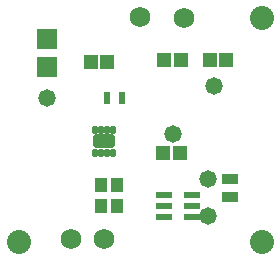
<source format=gts>
G04*
G04 #@! TF.GenerationSoftware,Altium Limited,Altium Designer,22.10.1 (41)*
G04*
G04 Layer_Color=8388736*
%FSLAX44Y44*%
%MOMM*%
G71*
G04*
G04 #@! TF.SameCoordinates,1FFB8BF8-2B07-4287-B8AF-9A6C265E6988*
G04*
G04*
G04 #@! TF.FilePolarity,Negative*
G04*
G01*
G75*
%ADD17R,1.3300X0.5600*%
%ADD18R,0.5500X1.0000*%
%ADD19R,1.8062X1.7540*%
%ADD20R,1.3500X0.9500*%
%ADD22R,1.0032X1.1532*%
%ADD23R,1.2032X1.3032*%
G04:AMPARAMS|DCode=24|XSize=0.4532mm|YSize=0.7032mm|CornerRadius=0.1516mm|HoleSize=0mm|Usage=FLASHONLY|Rotation=180.000|XOffset=0mm|YOffset=0mm|HoleType=Round|Shape=RoundedRectangle|*
%AMROUNDEDRECTD24*
21,1,0.4532,0.4000,0,0,180.0*
21,1,0.1500,0.7032,0,0,180.0*
1,1,0.3032,-0.0750,0.2000*
1,1,0.3032,0.0750,0.2000*
1,1,0.3032,0.0750,-0.2000*
1,1,0.3032,-0.0750,-0.2000*
%
%ADD24ROUNDEDRECTD24*%
G04:AMPARAMS|DCode=25|XSize=1.1032mm|YSize=1.8032mm|CornerRadius=0.1511mm|HoleSize=0mm|Usage=FLASHONLY|Rotation=90.000|XOffset=0mm|YOffset=0mm|HoleType=Round|Shape=RoundedRectangle|*
%AMROUNDEDRECTD25*
21,1,1.1032,1.5010,0,0,90.0*
21,1,0.8010,1.8032,0,0,90.0*
1,1,0.3022,0.7505,0.4005*
1,1,0.3022,0.7505,-0.4005*
1,1,0.3022,-0.7505,-0.4005*
1,1,0.3022,-0.7505,0.4005*
%
%ADD25ROUNDEDRECTD25*%
%ADD26C,2.0320*%
%ADD27C,1.7272*%
%ADD28C,0.6400*%
%ADD29C,1.4732*%
D17*
X926400Y45110D02*
D03*
Y54610D02*
D03*
Y64110D02*
D03*
X902400D02*
D03*
Y54610D02*
D03*
Y45110D02*
D03*
D18*
X854810Y146050D02*
D03*
X867310D02*
D03*
D19*
X803910Y195911D02*
D03*
Y172389D02*
D03*
D20*
X958850Y62350D02*
D03*
Y77350D02*
D03*
D22*
X849630Y54063D02*
D03*
X862630D02*
D03*
X849630Y72105D02*
D03*
X862630D02*
D03*
D23*
X941690Y177800D02*
D03*
X955690D02*
D03*
X916320Y99060D02*
D03*
X902320D02*
D03*
X854710Y176530D02*
D03*
X840710D02*
D03*
X902940Y177800D02*
D03*
X916940D02*
D03*
D24*
X844670Y99720D02*
D03*
X849670D02*
D03*
X854670D02*
D03*
X859670D02*
D03*
Y118720D02*
D03*
X854670D02*
D03*
X849670D02*
D03*
X844670D02*
D03*
D25*
X852170Y109220D02*
D03*
D26*
X985520Y213360D02*
D03*
Y24130D02*
D03*
X779780D02*
D03*
D27*
X824230Y26670D02*
D03*
X852170D02*
D03*
X919480Y213360D02*
D03*
X882650Y214630D02*
D03*
D28*
X848170Y109220D02*
D03*
X856170D02*
D03*
D29*
X910590Y115570D02*
D03*
X939800Y77470D02*
D03*
X944880Y156210D02*
D03*
X939800Y45720D02*
D03*
X803910Y146050D02*
D03*
M02*

</source>
